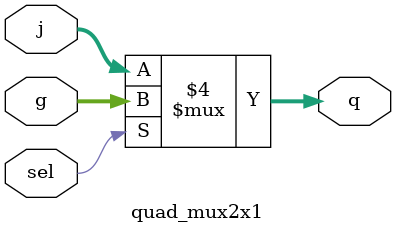
<source format=v>
module quad_mux2x1(j,g,sel,q);
input [3:0] j,g;
input sel;
output [3:0] q; 
reg [3:0] q;
always@ (j or g or sel)
        if (sel ==0)
            q= j;
         else
             q= g;
        
endmodule 
</source>
